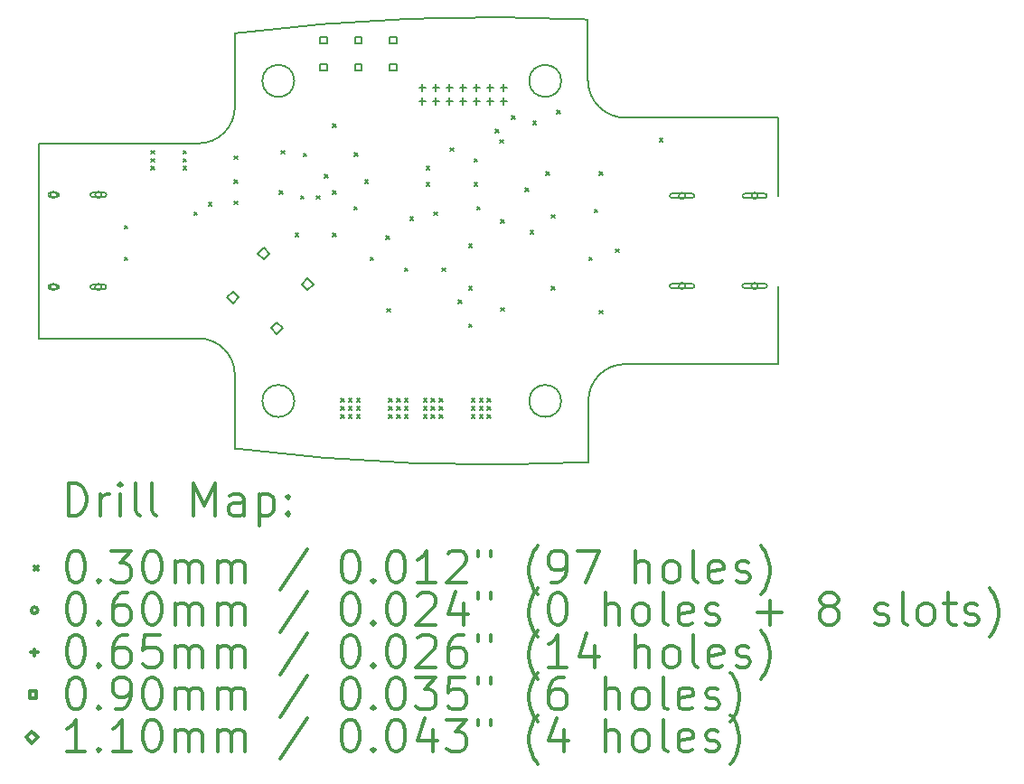
<source format=gbr>
%FSLAX45Y45*%
G04 Gerber Fmt 4.5, Leading zero omitted, Abs format (unit mm)*
G04 Created by KiCad (PCBNEW (5.1.9)-1) date 2021-04-20 09:50:12*
%MOMM*%
%LPD*%
G01*
G04 APERTURE LIST*
%TA.AperFunction,Profile*%
%ADD10C,0.200000*%
%TD*%
%ADD11C,0.200000*%
%ADD12C,0.300000*%
G04 APERTURE END LIST*
D10*
X12307000Y2445500D02*
X12307416Y1713425D01*
X12307415Y4022551D02*
X12307000Y3290500D01*
X7217664Y4124415D02*
G75*
G02*
X6874828Y3781579I-342836J0D01*
G01*
X12307415Y4022551D02*
X10877450Y4022550D01*
X10274787Y1367860D02*
G75*
G03*
X10274787Y1367860I-150000J0D01*
G01*
X7774787Y4367860D02*
G75*
G03*
X7774787Y4367860I-150000J0D01*
G01*
X10877450Y4022550D02*
G75*
G02*
X10525000Y4375000I0J352450D01*
G01*
X10529221Y1367859D02*
G75*
G02*
X10874787Y1713425I345566J0D01*
G01*
X5381056Y3781579D02*
X5381056Y1954397D01*
X10529221Y793217D02*
G75*
G02*
X7217699Y922235I-916938J19027920D01*
G01*
X7217664Y4813924D02*
G75*
G02*
X10525000Y4943250I2395192J-18898824D01*
G01*
X6874828Y3781579D02*
X5381056Y3781579D01*
X10874787Y1713425D02*
X12307416Y1713425D01*
X10529221Y793217D02*
X10529221Y1367859D01*
X7217699Y1611526D02*
X7217699Y922235D01*
X7774787Y1367860D02*
G75*
G03*
X7774787Y1367860I-150000J0D01*
G01*
X10274787Y4367860D02*
G75*
G03*
X10274787Y4367860I-150000J0D01*
G01*
X7217664Y4813924D02*
X7217664Y4124415D01*
X5381056Y1954397D02*
X6874828Y1954397D01*
X6874828Y1954397D02*
G75*
G02*
X7217699Y1611526I0J-342871D01*
G01*
X10525000Y4375000D02*
X10525000Y4943250D01*
D11*
X6185000Y3010000D02*
X6215000Y2980000D01*
X6215000Y3010000D02*
X6185000Y2980000D01*
X6185000Y2715000D02*
X6215000Y2685000D01*
X6215000Y2715000D02*
X6185000Y2685000D01*
X6435000Y3715000D02*
X6465000Y3685000D01*
X6465000Y3715000D02*
X6435000Y3685000D01*
X6435000Y3640000D02*
X6465000Y3610000D01*
X6465000Y3640000D02*
X6435000Y3610000D01*
X6435000Y3565000D02*
X6465000Y3535000D01*
X6465000Y3565000D02*
X6435000Y3535000D01*
X6735000Y3715000D02*
X6765000Y3685000D01*
X6765000Y3715000D02*
X6735000Y3685000D01*
X6735000Y3640000D02*
X6765000Y3610000D01*
X6765000Y3640000D02*
X6735000Y3610000D01*
X6735000Y3565000D02*
X6765000Y3535000D01*
X6765000Y3565000D02*
X6735000Y3535000D01*
X6835000Y3140000D02*
X6865000Y3110000D01*
X6865000Y3140000D02*
X6835000Y3110000D01*
X6970660Y3229340D02*
X7000660Y3199340D01*
X7000660Y3229340D02*
X6970660Y3199340D01*
X7210000Y3665000D02*
X7240000Y3635000D01*
X7240000Y3665000D02*
X7210000Y3635000D01*
X7210000Y3440000D02*
X7240000Y3410000D01*
X7240000Y3440000D02*
X7210000Y3410000D01*
X7210000Y3240000D02*
X7240000Y3210000D01*
X7240000Y3240000D02*
X7210000Y3210000D01*
X7635000Y3340003D02*
X7665000Y3310003D01*
X7665000Y3340003D02*
X7635000Y3310003D01*
X7651250Y3715000D02*
X7681250Y3685000D01*
X7681250Y3715000D02*
X7651250Y3685000D01*
X7785000Y2940000D02*
X7815000Y2910000D01*
X7815000Y2940000D02*
X7785000Y2910000D01*
X7835000Y3290000D02*
X7865000Y3260000D01*
X7865000Y3290000D02*
X7835000Y3260000D01*
X7860000Y3690000D02*
X7890000Y3660000D01*
X7890000Y3690000D02*
X7860000Y3660000D01*
X7985000Y3290000D02*
X8015000Y3260000D01*
X8015000Y3290000D02*
X7985000Y3260000D01*
X8060000Y3490000D02*
X8090000Y3460000D01*
X8090000Y3490000D02*
X8060000Y3460000D01*
X8135000Y3965000D02*
X8165000Y3935000D01*
X8165000Y3965000D02*
X8135000Y3935000D01*
X8135000Y3340000D02*
X8165000Y3310000D01*
X8165000Y3340000D02*
X8135000Y3310000D01*
X8135000Y2940000D02*
X8165000Y2910000D01*
X8165000Y2940000D02*
X8135000Y2910000D01*
X8210000Y1390000D02*
X8240000Y1360000D01*
X8240000Y1390000D02*
X8210000Y1360000D01*
X8210000Y1315000D02*
X8240000Y1285000D01*
X8240000Y1315000D02*
X8210000Y1285000D01*
X8210000Y1240000D02*
X8240000Y1210000D01*
X8240000Y1240000D02*
X8210000Y1210000D01*
X8285000Y1390000D02*
X8315000Y1360000D01*
X8315000Y1390000D02*
X8285000Y1360000D01*
X8285000Y1315000D02*
X8315000Y1285000D01*
X8315000Y1315000D02*
X8285000Y1285000D01*
X8285000Y1240000D02*
X8315000Y1210000D01*
X8315000Y1240000D02*
X8285000Y1210000D01*
X8335000Y3190000D02*
X8365000Y3160000D01*
X8365000Y3190000D02*
X8335000Y3160000D01*
X8340000Y3695000D02*
X8370000Y3665000D01*
X8370000Y3695000D02*
X8340000Y3665000D01*
X8360000Y1390000D02*
X8390000Y1360000D01*
X8390000Y1390000D02*
X8360000Y1360000D01*
X8360000Y1315000D02*
X8390000Y1285000D01*
X8390000Y1315000D02*
X8360000Y1285000D01*
X8360000Y1240000D02*
X8390000Y1210000D01*
X8390000Y1240000D02*
X8360000Y1210000D01*
X8435000Y3440000D02*
X8465000Y3410000D01*
X8465000Y3440000D02*
X8435000Y3410000D01*
X8485000Y2715000D02*
X8515000Y2685000D01*
X8515000Y2715000D02*
X8485000Y2685000D01*
X8635000Y2915000D02*
X8665000Y2885000D01*
X8665000Y2915000D02*
X8635000Y2885000D01*
X8643750Y2231250D02*
X8673750Y2201250D01*
X8673750Y2231250D02*
X8643750Y2201250D01*
X8660000Y1390000D02*
X8690000Y1360000D01*
X8690000Y1390000D02*
X8660000Y1360000D01*
X8660000Y1315000D02*
X8690000Y1285000D01*
X8690000Y1315000D02*
X8660000Y1285000D01*
X8660000Y1240000D02*
X8690000Y1210000D01*
X8690000Y1240000D02*
X8660000Y1210000D01*
X8735000Y1390000D02*
X8765000Y1360000D01*
X8765000Y1390000D02*
X8735000Y1360000D01*
X8735000Y1315000D02*
X8765000Y1285000D01*
X8765000Y1315000D02*
X8735000Y1285000D01*
X8735000Y1240000D02*
X8765000Y1210000D01*
X8765000Y1240000D02*
X8735000Y1210000D01*
X8810000Y1390000D02*
X8840000Y1360000D01*
X8840000Y1390000D02*
X8810000Y1360000D01*
X8810000Y1315000D02*
X8840000Y1285000D01*
X8840000Y1315000D02*
X8810000Y1285000D01*
X8810000Y1240000D02*
X8840000Y1210000D01*
X8840000Y1240000D02*
X8810000Y1210000D01*
X8810001Y2614999D02*
X8840001Y2584999D01*
X8840001Y2614999D02*
X8810001Y2584999D01*
X8860000Y3090000D02*
X8890000Y3060000D01*
X8890000Y3090000D02*
X8860000Y3060000D01*
X8985000Y1390000D02*
X9015000Y1360000D01*
X9015000Y1390000D02*
X8985000Y1360000D01*
X8985000Y1315000D02*
X9015000Y1285000D01*
X9015000Y1315000D02*
X8985000Y1285000D01*
X8985000Y1240000D02*
X9015000Y1210000D01*
X9015000Y1240000D02*
X8985000Y1210000D01*
X9010000Y3565000D02*
X9040000Y3535000D01*
X9040000Y3565000D02*
X9010000Y3535000D01*
X9010000Y3415000D02*
X9040000Y3385000D01*
X9040000Y3415000D02*
X9010000Y3385000D01*
X9060000Y1390000D02*
X9090000Y1360000D01*
X9090000Y1390000D02*
X9060000Y1360000D01*
X9060000Y1315000D02*
X9090000Y1285000D01*
X9090000Y1315000D02*
X9060000Y1285000D01*
X9060000Y1240000D02*
X9090000Y1210000D01*
X9090000Y1240000D02*
X9060000Y1210000D01*
X9085000Y3140000D02*
X9115000Y3110000D01*
X9115000Y3140000D02*
X9085000Y3110000D01*
X9135000Y1390000D02*
X9165000Y1360000D01*
X9165000Y1390000D02*
X9135000Y1360000D01*
X9135000Y1315000D02*
X9165000Y1285000D01*
X9165000Y1315000D02*
X9135000Y1285000D01*
X9135000Y1240000D02*
X9165000Y1210000D01*
X9165000Y1240000D02*
X9135000Y1210000D01*
X9160003Y2614999D02*
X9190003Y2584999D01*
X9190003Y2614999D02*
X9160003Y2584999D01*
X9235001Y3740000D02*
X9265001Y3710000D01*
X9265001Y3740000D02*
X9235001Y3710000D01*
X9310000Y2315000D02*
X9340000Y2285000D01*
X9340000Y2315000D02*
X9310000Y2285000D01*
X9410000Y2840003D02*
X9440000Y2810003D01*
X9440000Y2840003D02*
X9410000Y2810003D01*
X9410000Y2440000D02*
X9440000Y2410000D01*
X9440000Y2440000D02*
X9410000Y2410000D01*
X9410000Y2089999D02*
X9440000Y2059999D01*
X9440000Y2089999D02*
X9410000Y2059999D01*
X9435000Y1390000D02*
X9465000Y1360000D01*
X9465000Y1390000D02*
X9435000Y1360000D01*
X9435000Y1315000D02*
X9465000Y1285000D01*
X9465000Y1315000D02*
X9435000Y1285000D01*
X9435000Y1240000D02*
X9465000Y1210000D01*
X9465000Y1240000D02*
X9435000Y1210000D01*
X9460000Y3414998D02*
X9490000Y3384998D01*
X9490000Y3414998D02*
X9460000Y3384998D01*
X9460000Y3639999D02*
X9490000Y3609999D01*
X9490000Y3639999D02*
X9460000Y3609999D01*
X9485003Y3190000D02*
X9515003Y3160000D01*
X9515003Y3190000D02*
X9485003Y3160000D01*
X9510000Y1390000D02*
X9540000Y1360000D01*
X9540000Y1390000D02*
X9510000Y1360000D01*
X9510000Y1315000D02*
X9540000Y1285000D01*
X9540000Y1315000D02*
X9510000Y1285000D01*
X9510000Y1240000D02*
X9540000Y1210000D01*
X9540000Y1240000D02*
X9510000Y1210000D01*
X9585000Y1390000D02*
X9615000Y1360000D01*
X9615000Y1390000D02*
X9585000Y1360000D01*
X9585000Y1315000D02*
X9615000Y1285000D01*
X9615000Y1315000D02*
X9585000Y1285000D01*
X9585000Y1240000D02*
X9615000Y1210000D01*
X9615000Y1240000D02*
X9585000Y1210000D01*
X9660000Y3915000D02*
X9690000Y3885000D01*
X9690000Y3915000D02*
X9660000Y3885000D01*
X9702500Y3815000D02*
X9732500Y3785000D01*
X9732500Y3815000D02*
X9702500Y3785000D01*
X9710000Y3065000D02*
X9740000Y3035000D01*
X9740000Y3065000D02*
X9710000Y3035000D01*
X9710001Y2239999D02*
X9740001Y2209999D01*
X9740001Y2239999D02*
X9710001Y2209999D01*
X9810001Y4040000D02*
X9840001Y4010000D01*
X9840001Y4040000D02*
X9810001Y4010000D01*
X9938500Y3361500D02*
X9968500Y3331500D01*
X9968500Y3361500D02*
X9938500Y3331500D01*
X9985000Y2965000D02*
X10015000Y2935000D01*
X10015000Y2965000D02*
X9985000Y2935000D01*
X10010000Y3990000D02*
X10040000Y3960000D01*
X10040000Y3990000D02*
X10010000Y3960000D01*
X10135000Y3515000D02*
X10165000Y3485000D01*
X10165000Y3515000D02*
X10135000Y3485000D01*
X10185000Y2440000D02*
X10215000Y2410000D01*
X10215000Y2440000D02*
X10185000Y2410000D01*
X10185002Y3115000D02*
X10215002Y3085000D01*
X10215002Y3115000D02*
X10185002Y3085000D01*
X10235000Y4089999D02*
X10265000Y4059999D01*
X10265000Y4089999D02*
X10235000Y4059999D01*
X10535000Y2715000D02*
X10565000Y2685000D01*
X10565000Y2715000D02*
X10535000Y2685000D01*
X10585000Y3165000D02*
X10615000Y3135000D01*
X10615000Y3165000D02*
X10585000Y3135000D01*
X10635000Y3515000D02*
X10665000Y3485000D01*
X10665000Y3515000D02*
X10635000Y3485000D01*
X10635000Y2215000D02*
X10665000Y2185000D01*
X10665000Y2215000D02*
X10635000Y2185000D01*
X10785000Y2790000D02*
X10815000Y2760000D01*
X10815000Y2790000D02*
X10785000Y2760000D01*
X11197501Y3827499D02*
X11227501Y3797499D01*
X11227501Y3827499D02*
X11197501Y3797499D01*
X5550000Y3300000D02*
G75*
G03*
X5550000Y3300000I-30000J0D01*
G01*
X5550000Y3320000D02*
X5490000Y3320000D01*
X5550000Y3280000D02*
X5490000Y3280000D01*
X5490000Y3320000D02*
G75*
G03*
X5490000Y3280000I0J-20000D01*
G01*
X5550000Y3280000D02*
G75*
G03*
X5550000Y3320000I0J20000D01*
G01*
X5550000Y2436000D02*
G75*
G03*
X5550000Y2436000I-30000J0D01*
G01*
X5550000Y2456000D02*
X5490000Y2456000D01*
X5550000Y2416000D02*
X5490000Y2416000D01*
X5490000Y2456000D02*
G75*
G03*
X5490000Y2416000I0J-20000D01*
G01*
X5550000Y2416000D02*
G75*
G03*
X5550000Y2456000I0J20000D01*
G01*
X5968000Y3300000D02*
G75*
G03*
X5968000Y3300000I-30000J0D01*
G01*
X5993000Y3320000D02*
X5883000Y3320000D01*
X5993000Y3280000D02*
X5883000Y3280000D01*
X5883000Y3320000D02*
G75*
G03*
X5883000Y3280000I0J-20000D01*
G01*
X5993000Y3280000D02*
G75*
G03*
X5993000Y3320000I0J20000D01*
G01*
X5968000Y2436000D02*
G75*
G03*
X5968000Y2436000I-30000J0D01*
G01*
X5993000Y2456000D02*
X5883000Y2456000D01*
X5993000Y2416000D02*
X5883000Y2416000D01*
X5883000Y2456000D02*
G75*
G03*
X5883000Y2416000I0J-20000D01*
G01*
X5993000Y2416000D02*
G75*
G03*
X5993000Y2456000I0J20000D01*
G01*
X11437000Y3290500D02*
G75*
G03*
X11437000Y3290500I-30000J0D01*
G01*
X11502000Y3310500D02*
X11312000Y3310500D01*
X11502000Y3270500D02*
X11312000Y3270500D01*
X11312000Y3310500D02*
G75*
G03*
X11312000Y3270500I0J-20000D01*
G01*
X11502000Y3270500D02*
G75*
G03*
X11502000Y3310500I0J20000D01*
G01*
X11437000Y2445500D02*
G75*
G03*
X11437000Y2445500I-30000J0D01*
G01*
X11502000Y2465500D02*
X11312000Y2465500D01*
X11502000Y2425500D02*
X11312000Y2425500D01*
X11312000Y2465500D02*
G75*
G03*
X11312000Y2425500I0J-20000D01*
G01*
X11502000Y2425500D02*
G75*
G03*
X11502000Y2465500I0J20000D01*
G01*
X12117000Y3290500D02*
G75*
G03*
X12117000Y3290500I-30000J0D01*
G01*
X12182000Y3310500D02*
X11992000Y3310500D01*
X12182000Y3270500D02*
X11992000Y3270500D01*
X11992000Y3310500D02*
G75*
G03*
X11992000Y3270500I0J-20000D01*
G01*
X12182000Y3270500D02*
G75*
G03*
X12182000Y3310500I0J20000D01*
G01*
X12117000Y2445500D02*
G75*
G03*
X12117000Y2445500I-30000J0D01*
G01*
X12182000Y2465500D02*
X11992000Y2465500D01*
X12182000Y2425500D02*
X11992000Y2425500D01*
X11992000Y2465500D02*
G75*
G03*
X11992000Y2425500I0J-20000D01*
G01*
X12182000Y2425500D02*
G75*
G03*
X12182000Y2465500I0J20000D01*
G01*
X8975000Y4334500D02*
X8975000Y4269500D01*
X8942500Y4302000D02*
X9007500Y4302000D01*
X8975000Y4207500D02*
X8975000Y4142500D01*
X8942500Y4175000D02*
X9007500Y4175000D01*
X9102000Y4334500D02*
X9102000Y4269500D01*
X9069500Y4302000D02*
X9134500Y4302000D01*
X9102000Y4207500D02*
X9102000Y4142500D01*
X9069500Y4175000D02*
X9134500Y4175000D01*
X9229000Y4334500D02*
X9229000Y4269500D01*
X9196500Y4302000D02*
X9261500Y4302000D01*
X9229000Y4207500D02*
X9229000Y4142500D01*
X9196500Y4175000D02*
X9261500Y4175000D01*
X9356000Y4334500D02*
X9356000Y4269500D01*
X9323500Y4302000D02*
X9388500Y4302000D01*
X9356000Y4207500D02*
X9356000Y4142500D01*
X9323500Y4175000D02*
X9388500Y4175000D01*
X9483000Y4334500D02*
X9483000Y4269500D01*
X9450500Y4302000D02*
X9515500Y4302000D01*
X9483000Y4207500D02*
X9483000Y4142500D01*
X9450500Y4175000D02*
X9515500Y4175000D01*
X9610000Y4334500D02*
X9610000Y4269500D01*
X9577500Y4302000D02*
X9642500Y4302000D01*
X9610000Y4207500D02*
X9610000Y4142500D01*
X9577500Y4175000D02*
X9642500Y4175000D01*
X9737000Y4334500D02*
X9737000Y4269500D01*
X9704500Y4302000D02*
X9769500Y4302000D01*
X9737000Y4207500D02*
X9737000Y4142500D01*
X9704500Y4175000D02*
X9769500Y4175000D01*
X8081820Y4718180D02*
X8081820Y4781820D01*
X8018180Y4781820D01*
X8018180Y4718180D01*
X8081820Y4718180D01*
X8081820Y4464180D02*
X8081820Y4527820D01*
X8018180Y4527820D01*
X8018180Y4464180D01*
X8081820Y4464180D01*
X8406820Y4718180D02*
X8406820Y4781820D01*
X8343180Y4781820D01*
X8343180Y4718180D01*
X8406820Y4718180D01*
X8406820Y4464180D02*
X8406820Y4527820D01*
X8343180Y4527820D01*
X8343180Y4464180D01*
X8406820Y4464180D01*
X8731820Y4718180D02*
X8731820Y4781820D01*
X8668180Y4781820D01*
X8668180Y4718180D01*
X8731820Y4718180D01*
X8731820Y4464180D02*
X8731820Y4527820D01*
X8668180Y4527820D01*
X8668180Y4464180D01*
X8731820Y4464180D01*
X7201818Y2283606D02*
X7256818Y2338606D01*
X7201818Y2393606D01*
X7146818Y2338606D01*
X7201818Y2283606D01*
X7488606Y2693182D02*
X7543606Y2748182D01*
X7488606Y2803182D01*
X7433606Y2748182D01*
X7488606Y2693182D01*
X7611394Y1996818D02*
X7666394Y2051818D01*
X7611394Y2106818D01*
X7556394Y2051818D01*
X7611394Y1996818D01*
X7898182Y2406394D02*
X7953182Y2461394D01*
X7898182Y2516394D01*
X7843182Y2461394D01*
X7898182Y2406394D01*
D12*
X5657484Y295422D02*
X5657484Y595422D01*
X5728912Y595422D01*
X5771770Y581136D01*
X5800341Y552565D01*
X5814627Y523993D01*
X5828912Y466850D01*
X5828912Y423993D01*
X5814627Y366850D01*
X5800341Y338279D01*
X5771770Y309708D01*
X5728912Y295422D01*
X5657484Y295422D01*
X5957484Y295422D02*
X5957484Y495422D01*
X5957484Y438279D02*
X5971770Y466850D01*
X5986055Y481136D01*
X6014627Y495422D01*
X6043198Y495422D01*
X6143198Y295422D02*
X6143198Y495422D01*
X6143198Y595422D02*
X6128912Y581136D01*
X6143198Y566850D01*
X6157484Y581136D01*
X6143198Y595422D01*
X6143198Y566850D01*
X6328912Y295422D02*
X6300341Y309708D01*
X6286055Y338279D01*
X6286055Y595422D01*
X6486055Y295422D02*
X6457484Y309708D01*
X6443198Y338279D01*
X6443198Y595422D01*
X6828912Y295422D02*
X6828912Y595422D01*
X6928912Y381136D01*
X7028912Y595422D01*
X7028912Y295422D01*
X7300341Y295422D02*
X7300341Y452565D01*
X7286055Y481136D01*
X7257484Y495422D01*
X7200341Y495422D01*
X7171770Y481136D01*
X7300341Y309708D02*
X7271770Y295422D01*
X7200341Y295422D01*
X7171770Y309708D01*
X7157484Y338279D01*
X7157484Y366850D01*
X7171770Y395422D01*
X7200341Y409707D01*
X7271770Y409707D01*
X7300341Y423993D01*
X7443198Y495422D02*
X7443198Y195422D01*
X7443198Y481136D02*
X7471770Y495422D01*
X7528912Y495422D01*
X7557484Y481136D01*
X7571770Y466850D01*
X7586055Y438279D01*
X7586055Y352565D01*
X7571770Y323993D01*
X7557484Y309708D01*
X7528912Y295422D01*
X7471770Y295422D01*
X7443198Y309708D01*
X7714627Y323993D02*
X7728912Y309708D01*
X7714627Y295422D01*
X7700341Y309708D01*
X7714627Y323993D01*
X7714627Y295422D01*
X7714627Y481136D02*
X7728912Y466850D01*
X7714627Y452565D01*
X7700341Y466850D01*
X7714627Y481136D01*
X7714627Y452565D01*
X5341055Y-183864D02*
X5371055Y-213864D01*
X5371055Y-183864D02*
X5341055Y-213864D01*
X5714627Y-34578D02*
X5743198Y-34578D01*
X5771770Y-48864D01*
X5786055Y-63150D01*
X5800341Y-91721D01*
X5814627Y-148864D01*
X5814627Y-220292D01*
X5800341Y-277435D01*
X5786055Y-306007D01*
X5771770Y-320292D01*
X5743198Y-334578D01*
X5714627Y-334578D01*
X5686055Y-320292D01*
X5671770Y-306007D01*
X5657484Y-277435D01*
X5643198Y-220292D01*
X5643198Y-148864D01*
X5657484Y-91721D01*
X5671770Y-63150D01*
X5686055Y-48864D01*
X5714627Y-34578D01*
X5943198Y-306007D02*
X5957484Y-320292D01*
X5943198Y-334578D01*
X5928912Y-320292D01*
X5943198Y-306007D01*
X5943198Y-334578D01*
X6057484Y-34578D02*
X6243198Y-34578D01*
X6143198Y-148864D01*
X6186055Y-148864D01*
X6214627Y-163150D01*
X6228912Y-177435D01*
X6243198Y-206007D01*
X6243198Y-277435D01*
X6228912Y-306007D01*
X6214627Y-320292D01*
X6186055Y-334578D01*
X6100341Y-334578D01*
X6071770Y-320292D01*
X6057484Y-306007D01*
X6428912Y-34578D02*
X6457484Y-34578D01*
X6486055Y-48864D01*
X6500341Y-63150D01*
X6514627Y-91721D01*
X6528912Y-148864D01*
X6528912Y-220292D01*
X6514627Y-277435D01*
X6500341Y-306007D01*
X6486055Y-320292D01*
X6457484Y-334578D01*
X6428912Y-334578D01*
X6400341Y-320292D01*
X6386055Y-306007D01*
X6371770Y-277435D01*
X6357484Y-220292D01*
X6357484Y-148864D01*
X6371770Y-91721D01*
X6386055Y-63150D01*
X6400341Y-48864D01*
X6428912Y-34578D01*
X6657484Y-334578D02*
X6657484Y-134578D01*
X6657484Y-163150D02*
X6671770Y-148864D01*
X6700341Y-134578D01*
X6743198Y-134578D01*
X6771770Y-148864D01*
X6786055Y-177435D01*
X6786055Y-334578D01*
X6786055Y-177435D02*
X6800341Y-148864D01*
X6828912Y-134578D01*
X6871770Y-134578D01*
X6900341Y-148864D01*
X6914627Y-177435D01*
X6914627Y-334578D01*
X7057484Y-334578D02*
X7057484Y-134578D01*
X7057484Y-163150D02*
X7071770Y-148864D01*
X7100341Y-134578D01*
X7143198Y-134578D01*
X7171770Y-148864D01*
X7186055Y-177435D01*
X7186055Y-334578D01*
X7186055Y-177435D02*
X7200341Y-148864D01*
X7228912Y-134578D01*
X7271770Y-134578D01*
X7300341Y-148864D01*
X7314627Y-177435D01*
X7314627Y-334578D01*
X7900341Y-20292D02*
X7643198Y-406007D01*
X8286055Y-34578D02*
X8314627Y-34578D01*
X8343198Y-48864D01*
X8357484Y-63150D01*
X8371770Y-91721D01*
X8386055Y-148864D01*
X8386055Y-220292D01*
X8371770Y-277435D01*
X8357484Y-306007D01*
X8343198Y-320292D01*
X8314627Y-334578D01*
X8286055Y-334578D01*
X8257484Y-320292D01*
X8243198Y-306007D01*
X8228912Y-277435D01*
X8214627Y-220292D01*
X8214627Y-148864D01*
X8228912Y-91721D01*
X8243198Y-63150D01*
X8257484Y-48864D01*
X8286055Y-34578D01*
X8514627Y-306007D02*
X8528913Y-320292D01*
X8514627Y-334578D01*
X8500341Y-320292D01*
X8514627Y-306007D01*
X8514627Y-334578D01*
X8714627Y-34578D02*
X8743198Y-34578D01*
X8771770Y-48864D01*
X8786055Y-63150D01*
X8800341Y-91721D01*
X8814627Y-148864D01*
X8814627Y-220292D01*
X8800341Y-277435D01*
X8786055Y-306007D01*
X8771770Y-320292D01*
X8743198Y-334578D01*
X8714627Y-334578D01*
X8686055Y-320292D01*
X8671770Y-306007D01*
X8657484Y-277435D01*
X8643198Y-220292D01*
X8643198Y-148864D01*
X8657484Y-91721D01*
X8671770Y-63150D01*
X8686055Y-48864D01*
X8714627Y-34578D01*
X9100341Y-334578D02*
X8928913Y-334578D01*
X9014627Y-334578D02*
X9014627Y-34578D01*
X8986055Y-77435D01*
X8957484Y-106007D01*
X8928913Y-120292D01*
X9214627Y-63150D02*
X9228913Y-48864D01*
X9257484Y-34578D01*
X9328913Y-34578D01*
X9357484Y-48864D01*
X9371770Y-63150D01*
X9386055Y-91721D01*
X9386055Y-120292D01*
X9371770Y-163150D01*
X9200341Y-334578D01*
X9386055Y-334578D01*
X9500341Y-34578D02*
X9500341Y-91721D01*
X9614627Y-34578D02*
X9614627Y-91721D01*
X10057484Y-448864D02*
X10043198Y-434578D01*
X10014627Y-391721D01*
X10000341Y-363150D01*
X9986055Y-320292D01*
X9971770Y-248864D01*
X9971770Y-191721D01*
X9986055Y-120292D01*
X10000341Y-77435D01*
X10014627Y-48864D01*
X10043198Y-6007D01*
X10057484Y8279D01*
X10186055Y-334578D02*
X10243198Y-334578D01*
X10271770Y-320292D01*
X10286055Y-306007D01*
X10314627Y-263150D01*
X10328913Y-206007D01*
X10328913Y-91721D01*
X10314627Y-63150D01*
X10300341Y-48864D01*
X10271770Y-34578D01*
X10214627Y-34578D01*
X10186055Y-48864D01*
X10171770Y-63150D01*
X10157484Y-91721D01*
X10157484Y-163150D01*
X10171770Y-191721D01*
X10186055Y-206007D01*
X10214627Y-220292D01*
X10271770Y-220292D01*
X10300341Y-206007D01*
X10314627Y-191721D01*
X10328913Y-163150D01*
X10428913Y-34578D02*
X10628913Y-34578D01*
X10500341Y-334578D01*
X10971770Y-334578D02*
X10971770Y-34578D01*
X11100341Y-334578D02*
X11100341Y-177435D01*
X11086055Y-148864D01*
X11057484Y-134578D01*
X11014627Y-134578D01*
X10986055Y-148864D01*
X10971770Y-163150D01*
X11286055Y-334578D02*
X11257484Y-320292D01*
X11243198Y-306007D01*
X11228912Y-277435D01*
X11228912Y-191721D01*
X11243198Y-163150D01*
X11257484Y-148864D01*
X11286055Y-134578D01*
X11328912Y-134578D01*
X11357484Y-148864D01*
X11371770Y-163150D01*
X11386055Y-191721D01*
X11386055Y-277435D01*
X11371770Y-306007D01*
X11357484Y-320292D01*
X11328912Y-334578D01*
X11286055Y-334578D01*
X11557484Y-334578D02*
X11528912Y-320292D01*
X11514627Y-291721D01*
X11514627Y-34578D01*
X11786055Y-320292D02*
X11757484Y-334578D01*
X11700341Y-334578D01*
X11671770Y-320292D01*
X11657484Y-291721D01*
X11657484Y-177435D01*
X11671770Y-148864D01*
X11700341Y-134578D01*
X11757484Y-134578D01*
X11786055Y-148864D01*
X11800341Y-177435D01*
X11800341Y-206007D01*
X11657484Y-234578D01*
X11914627Y-320292D02*
X11943198Y-334578D01*
X12000341Y-334578D01*
X12028912Y-320292D01*
X12043198Y-291721D01*
X12043198Y-277435D01*
X12028912Y-248864D01*
X12000341Y-234578D01*
X11957484Y-234578D01*
X11928912Y-220292D01*
X11914627Y-191721D01*
X11914627Y-177435D01*
X11928912Y-148864D01*
X11957484Y-134578D01*
X12000341Y-134578D01*
X12028912Y-148864D01*
X12143198Y-448864D02*
X12157484Y-434578D01*
X12186055Y-391721D01*
X12200341Y-363150D01*
X12214627Y-320292D01*
X12228912Y-248864D01*
X12228912Y-191721D01*
X12214627Y-120292D01*
X12200341Y-77435D01*
X12186055Y-48864D01*
X12157484Y-6007D01*
X12143198Y8279D01*
X5371055Y-594864D02*
G75*
G03*
X5371055Y-594864I-30000J0D01*
G01*
X5714627Y-430578D02*
X5743198Y-430578D01*
X5771770Y-444864D01*
X5786055Y-459150D01*
X5800341Y-487721D01*
X5814627Y-544864D01*
X5814627Y-616292D01*
X5800341Y-673435D01*
X5786055Y-702007D01*
X5771770Y-716292D01*
X5743198Y-730578D01*
X5714627Y-730578D01*
X5686055Y-716292D01*
X5671770Y-702007D01*
X5657484Y-673435D01*
X5643198Y-616292D01*
X5643198Y-544864D01*
X5657484Y-487721D01*
X5671770Y-459150D01*
X5686055Y-444864D01*
X5714627Y-430578D01*
X5943198Y-702007D02*
X5957484Y-716292D01*
X5943198Y-730578D01*
X5928912Y-716292D01*
X5943198Y-702007D01*
X5943198Y-730578D01*
X6214627Y-430578D02*
X6157484Y-430578D01*
X6128912Y-444864D01*
X6114627Y-459150D01*
X6086055Y-502007D01*
X6071770Y-559150D01*
X6071770Y-673435D01*
X6086055Y-702007D01*
X6100341Y-716292D01*
X6128912Y-730578D01*
X6186055Y-730578D01*
X6214627Y-716292D01*
X6228912Y-702007D01*
X6243198Y-673435D01*
X6243198Y-602007D01*
X6228912Y-573435D01*
X6214627Y-559150D01*
X6186055Y-544864D01*
X6128912Y-544864D01*
X6100341Y-559150D01*
X6086055Y-573435D01*
X6071770Y-602007D01*
X6428912Y-430578D02*
X6457484Y-430578D01*
X6486055Y-444864D01*
X6500341Y-459150D01*
X6514627Y-487721D01*
X6528912Y-544864D01*
X6528912Y-616292D01*
X6514627Y-673435D01*
X6500341Y-702007D01*
X6486055Y-716292D01*
X6457484Y-730578D01*
X6428912Y-730578D01*
X6400341Y-716292D01*
X6386055Y-702007D01*
X6371770Y-673435D01*
X6357484Y-616292D01*
X6357484Y-544864D01*
X6371770Y-487721D01*
X6386055Y-459150D01*
X6400341Y-444864D01*
X6428912Y-430578D01*
X6657484Y-730578D02*
X6657484Y-530578D01*
X6657484Y-559150D02*
X6671770Y-544864D01*
X6700341Y-530578D01*
X6743198Y-530578D01*
X6771770Y-544864D01*
X6786055Y-573435D01*
X6786055Y-730578D01*
X6786055Y-573435D02*
X6800341Y-544864D01*
X6828912Y-530578D01*
X6871770Y-530578D01*
X6900341Y-544864D01*
X6914627Y-573435D01*
X6914627Y-730578D01*
X7057484Y-730578D02*
X7057484Y-530578D01*
X7057484Y-559150D02*
X7071770Y-544864D01*
X7100341Y-530578D01*
X7143198Y-530578D01*
X7171770Y-544864D01*
X7186055Y-573435D01*
X7186055Y-730578D01*
X7186055Y-573435D02*
X7200341Y-544864D01*
X7228912Y-530578D01*
X7271770Y-530578D01*
X7300341Y-544864D01*
X7314627Y-573435D01*
X7314627Y-730578D01*
X7900341Y-416292D02*
X7643198Y-802007D01*
X8286055Y-430578D02*
X8314627Y-430578D01*
X8343198Y-444864D01*
X8357484Y-459150D01*
X8371770Y-487721D01*
X8386055Y-544864D01*
X8386055Y-616292D01*
X8371770Y-673435D01*
X8357484Y-702007D01*
X8343198Y-716292D01*
X8314627Y-730578D01*
X8286055Y-730578D01*
X8257484Y-716292D01*
X8243198Y-702007D01*
X8228912Y-673435D01*
X8214627Y-616292D01*
X8214627Y-544864D01*
X8228912Y-487721D01*
X8243198Y-459150D01*
X8257484Y-444864D01*
X8286055Y-430578D01*
X8514627Y-702007D02*
X8528913Y-716292D01*
X8514627Y-730578D01*
X8500341Y-716292D01*
X8514627Y-702007D01*
X8514627Y-730578D01*
X8714627Y-430578D02*
X8743198Y-430578D01*
X8771770Y-444864D01*
X8786055Y-459150D01*
X8800341Y-487721D01*
X8814627Y-544864D01*
X8814627Y-616292D01*
X8800341Y-673435D01*
X8786055Y-702007D01*
X8771770Y-716292D01*
X8743198Y-730578D01*
X8714627Y-730578D01*
X8686055Y-716292D01*
X8671770Y-702007D01*
X8657484Y-673435D01*
X8643198Y-616292D01*
X8643198Y-544864D01*
X8657484Y-487721D01*
X8671770Y-459150D01*
X8686055Y-444864D01*
X8714627Y-430578D01*
X8928913Y-459150D02*
X8943198Y-444864D01*
X8971770Y-430578D01*
X9043198Y-430578D01*
X9071770Y-444864D01*
X9086055Y-459150D01*
X9100341Y-487721D01*
X9100341Y-516292D01*
X9086055Y-559150D01*
X8914627Y-730578D01*
X9100341Y-730578D01*
X9357484Y-530578D02*
X9357484Y-730578D01*
X9286055Y-416292D02*
X9214627Y-630578D01*
X9400341Y-630578D01*
X9500341Y-430578D02*
X9500341Y-487721D01*
X9614627Y-430578D02*
X9614627Y-487721D01*
X10057484Y-844864D02*
X10043198Y-830578D01*
X10014627Y-787721D01*
X10000341Y-759150D01*
X9986055Y-716292D01*
X9971770Y-644864D01*
X9971770Y-587721D01*
X9986055Y-516292D01*
X10000341Y-473435D01*
X10014627Y-444864D01*
X10043198Y-402007D01*
X10057484Y-387721D01*
X10228913Y-430578D02*
X10257484Y-430578D01*
X10286055Y-444864D01*
X10300341Y-459150D01*
X10314627Y-487721D01*
X10328913Y-544864D01*
X10328913Y-616292D01*
X10314627Y-673435D01*
X10300341Y-702007D01*
X10286055Y-716292D01*
X10257484Y-730578D01*
X10228913Y-730578D01*
X10200341Y-716292D01*
X10186055Y-702007D01*
X10171770Y-673435D01*
X10157484Y-616292D01*
X10157484Y-544864D01*
X10171770Y-487721D01*
X10186055Y-459150D01*
X10200341Y-444864D01*
X10228913Y-430578D01*
X10686055Y-730578D02*
X10686055Y-430578D01*
X10814627Y-730578D02*
X10814627Y-573435D01*
X10800341Y-544864D01*
X10771770Y-530578D01*
X10728913Y-530578D01*
X10700341Y-544864D01*
X10686055Y-559150D01*
X11000341Y-730578D02*
X10971770Y-716292D01*
X10957484Y-702007D01*
X10943198Y-673435D01*
X10943198Y-587721D01*
X10957484Y-559150D01*
X10971770Y-544864D01*
X11000341Y-530578D01*
X11043198Y-530578D01*
X11071770Y-544864D01*
X11086055Y-559150D01*
X11100341Y-587721D01*
X11100341Y-673435D01*
X11086055Y-702007D01*
X11071770Y-716292D01*
X11043198Y-730578D01*
X11000341Y-730578D01*
X11271770Y-730578D02*
X11243198Y-716292D01*
X11228912Y-687721D01*
X11228912Y-430578D01*
X11500341Y-716292D02*
X11471770Y-730578D01*
X11414627Y-730578D01*
X11386055Y-716292D01*
X11371770Y-687721D01*
X11371770Y-573435D01*
X11386055Y-544864D01*
X11414627Y-530578D01*
X11471770Y-530578D01*
X11500341Y-544864D01*
X11514627Y-573435D01*
X11514627Y-602007D01*
X11371770Y-630578D01*
X11628912Y-716292D02*
X11657484Y-730578D01*
X11714627Y-730578D01*
X11743198Y-716292D01*
X11757484Y-687721D01*
X11757484Y-673435D01*
X11743198Y-644864D01*
X11714627Y-630578D01*
X11671770Y-630578D01*
X11643198Y-616292D01*
X11628912Y-587721D01*
X11628912Y-573435D01*
X11643198Y-544864D01*
X11671770Y-530578D01*
X11714627Y-530578D01*
X11743198Y-544864D01*
X12114627Y-616292D02*
X12343198Y-616292D01*
X12228912Y-730578D02*
X12228912Y-502007D01*
X12757484Y-559150D02*
X12728912Y-544864D01*
X12714627Y-530578D01*
X12700341Y-502007D01*
X12700341Y-487721D01*
X12714627Y-459150D01*
X12728912Y-444864D01*
X12757484Y-430578D01*
X12814627Y-430578D01*
X12843198Y-444864D01*
X12857484Y-459150D01*
X12871770Y-487721D01*
X12871770Y-502007D01*
X12857484Y-530578D01*
X12843198Y-544864D01*
X12814627Y-559150D01*
X12757484Y-559150D01*
X12728912Y-573435D01*
X12714627Y-587721D01*
X12700341Y-616292D01*
X12700341Y-673435D01*
X12714627Y-702007D01*
X12728912Y-716292D01*
X12757484Y-730578D01*
X12814627Y-730578D01*
X12843198Y-716292D01*
X12857484Y-702007D01*
X12871770Y-673435D01*
X12871770Y-616292D01*
X12857484Y-587721D01*
X12843198Y-573435D01*
X12814627Y-559150D01*
X13214627Y-716292D02*
X13243198Y-730578D01*
X13300341Y-730578D01*
X13328912Y-716292D01*
X13343198Y-687721D01*
X13343198Y-673435D01*
X13328912Y-644864D01*
X13300341Y-630578D01*
X13257484Y-630578D01*
X13228912Y-616292D01*
X13214627Y-587721D01*
X13214627Y-573435D01*
X13228912Y-544864D01*
X13257484Y-530578D01*
X13300341Y-530578D01*
X13328912Y-544864D01*
X13514627Y-730578D02*
X13486055Y-716292D01*
X13471770Y-687721D01*
X13471770Y-430578D01*
X13671770Y-730578D02*
X13643198Y-716292D01*
X13628912Y-702007D01*
X13614627Y-673435D01*
X13614627Y-587721D01*
X13628912Y-559150D01*
X13643198Y-544864D01*
X13671770Y-530578D01*
X13714627Y-530578D01*
X13743198Y-544864D01*
X13757484Y-559150D01*
X13771770Y-587721D01*
X13771770Y-673435D01*
X13757484Y-702007D01*
X13743198Y-716292D01*
X13714627Y-730578D01*
X13671770Y-730578D01*
X13857484Y-530578D02*
X13971770Y-530578D01*
X13900341Y-430578D02*
X13900341Y-687721D01*
X13914627Y-716292D01*
X13943198Y-730578D01*
X13971770Y-730578D01*
X14057484Y-716292D02*
X14086055Y-730578D01*
X14143198Y-730578D01*
X14171770Y-716292D01*
X14186055Y-687721D01*
X14186055Y-673435D01*
X14171770Y-644864D01*
X14143198Y-630578D01*
X14100341Y-630578D01*
X14071770Y-616292D01*
X14057484Y-587721D01*
X14057484Y-573435D01*
X14071770Y-544864D01*
X14100341Y-530578D01*
X14143198Y-530578D01*
X14171770Y-544864D01*
X14286055Y-844864D02*
X14300341Y-830578D01*
X14328912Y-787721D01*
X14343198Y-759150D01*
X14357484Y-716292D01*
X14371770Y-644864D01*
X14371770Y-587721D01*
X14357484Y-516292D01*
X14343198Y-473435D01*
X14328912Y-444864D01*
X14300341Y-402007D01*
X14286055Y-387721D01*
X5338555Y-958364D02*
X5338555Y-1023364D01*
X5306055Y-990864D02*
X5371055Y-990864D01*
X5714627Y-826578D02*
X5743198Y-826578D01*
X5771770Y-840864D01*
X5786055Y-855150D01*
X5800341Y-883721D01*
X5814627Y-940864D01*
X5814627Y-1012292D01*
X5800341Y-1069435D01*
X5786055Y-1098007D01*
X5771770Y-1112292D01*
X5743198Y-1126578D01*
X5714627Y-1126578D01*
X5686055Y-1112292D01*
X5671770Y-1098007D01*
X5657484Y-1069435D01*
X5643198Y-1012292D01*
X5643198Y-940864D01*
X5657484Y-883721D01*
X5671770Y-855150D01*
X5686055Y-840864D01*
X5714627Y-826578D01*
X5943198Y-1098007D02*
X5957484Y-1112292D01*
X5943198Y-1126578D01*
X5928912Y-1112292D01*
X5943198Y-1098007D01*
X5943198Y-1126578D01*
X6214627Y-826578D02*
X6157484Y-826578D01*
X6128912Y-840864D01*
X6114627Y-855150D01*
X6086055Y-898007D01*
X6071770Y-955150D01*
X6071770Y-1069435D01*
X6086055Y-1098007D01*
X6100341Y-1112292D01*
X6128912Y-1126578D01*
X6186055Y-1126578D01*
X6214627Y-1112292D01*
X6228912Y-1098007D01*
X6243198Y-1069435D01*
X6243198Y-998007D01*
X6228912Y-969435D01*
X6214627Y-955150D01*
X6186055Y-940864D01*
X6128912Y-940864D01*
X6100341Y-955150D01*
X6086055Y-969435D01*
X6071770Y-998007D01*
X6514627Y-826578D02*
X6371770Y-826578D01*
X6357484Y-969435D01*
X6371770Y-955150D01*
X6400341Y-940864D01*
X6471770Y-940864D01*
X6500341Y-955150D01*
X6514627Y-969435D01*
X6528912Y-998007D01*
X6528912Y-1069435D01*
X6514627Y-1098007D01*
X6500341Y-1112292D01*
X6471770Y-1126578D01*
X6400341Y-1126578D01*
X6371770Y-1112292D01*
X6357484Y-1098007D01*
X6657484Y-1126578D02*
X6657484Y-926578D01*
X6657484Y-955150D02*
X6671770Y-940864D01*
X6700341Y-926578D01*
X6743198Y-926578D01*
X6771770Y-940864D01*
X6786055Y-969435D01*
X6786055Y-1126578D01*
X6786055Y-969435D02*
X6800341Y-940864D01*
X6828912Y-926578D01*
X6871770Y-926578D01*
X6900341Y-940864D01*
X6914627Y-969435D01*
X6914627Y-1126578D01*
X7057484Y-1126578D02*
X7057484Y-926578D01*
X7057484Y-955150D02*
X7071770Y-940864D01*
X7100341Y-926578D01*
X7143198Y-926578D01*
X7171770Y-940864D01*
X7186055Y-969435D01*
X7186055Y-1126578D01*
X7186055Y-969435D02*
X7200341Y-940864D01*
X7228912Y-926578D01*
X7271770Y-926578D01*
X7300341Y-940864D01*
X7314627Y-969435D01*
X7314627Y-1126578D01*
X7900341Y-812292D02*
X7643198Y-1198007D01*
X8286055Y-826578D02*
X8314627Y-826578D01*
X8343198Y-840864D01*
X8357484Y-855150D01*
X8371770Y-883721D01*
X8386055Y-940864D01*
X8386055Y-1012292D01*
X8371770Y-1069435D01*
X8357484Y-1098007D01*
X8343198Y-1112292D01*
X8314627Y-1126578D01*
X8286055Y-1126578D01*
X8257484Y-1112292D01*
X8243198Y-1098007D01*
X8228912Y-1069435D01*
X8214627Y-1012292D01*
X8214627Y-940864D01*
X8228912Y-883721D01*
X8243198Y-855150D01*
X8257484Y-840864D01*
X8286055Y-826578D01*
X8514627Y-1098007D02*
X8528913Y-1112292D01*
X8514627Y-1126578D01*
X8500341Y-1112292D01*
X8514627Y-1098007D01*
X8514627Y-1126578D01*
X8714627Y-826578D02*
X8743198Y-826578D01*
X8771770Y-840864D01*
X8786055Y-855150D01*
X8800341Y-883721D01*
X8814627Y-940864D01*
X8814627Y-1012292D01*
X8800341Y-1069435D01*
X8786055Y-1098007D01*
X8771770Y-1112292D01*
X8743198Y-1126578D01*
X8714627Y-1126578D01*
X8686055Y-1112292D01*
X8671770Y-1098007D01*
X8657484Y-1069435D01*
X8643198Y-1012292D01*
X8643198Y-940864D01*
X8657484Y-883721D01*
X8671770Y-855150D01*
X8686055Y-840864D01*
X8714627Y-826578D01*
X8928913Y-855150D02*
X8943198Y-840864D01*
X8971770Y-826578D01*
X9043198Y-826578D01*
X9071770Y-840864D01*
X9086055Y-855150D01*
X9100341Y-883721D01*
X9100341Y-912292D01*
X9086055Y-955150D01*
X8914627Y-1126578D01*
X9100341Y-1126578D01*
X9357484Y-826578D02*
X9300341Y-826578D01*
X9271770Y-840864D01*
X9257484Y-855150D01*
X9228913Y-898007D01*
X9214627Y-955150D01*
X9214627Y-1069435D01*
X9228913Y-1098007D01*
X9243198Y-1112292D01*
X9271770Y-1126578D01*
X9328913Y-1126578D01*
X9357484Y-1112292D01*
X9371770Y-1098007D01*
X9386055Y-1069435D01*
X9386055Y-998007D01*
X9371770Y-969435D01*
X9357484Y-955150D01*
X9328913Y-940864D01*
X9271770Y-940864D01*
X9243198Y-955150D01*
X9228913Y-969435D01*
X9214627Y-998007D01*
X9500341Y-826578D02*
X9500341Y-883721D01*
X9614627Y-826578D02*
X9614627Y-883721D01*
X10057484Y-1240864D02*
X10043198Y-1226578D01*
X10014627Y-1183721D01*
X10000341Y-1155150D01*
X9986055Y-1112292D01*
X9971770Y-1040864D01*
X9971770Y-983721D01*
X9986055Y-912292D01*
X10000341Y-869435D01*
X10014627Y-840864D01*
X10043198Y-798007D01*
X10057484Y-783721D01*
X10328913Y-1126578D02*
X10157484Y-1126578D01*
X10243198Y-1126578D02*
X10243198Y-826578D01*
X10214627Y-869435D01*
X10186055Y-898007D01*
X10157484Y-912292D01*
X10586055Y-926578D02*
X10586055Y-1126578D01*
X10514627Y-812292D02*
X10443198Y-1026578D01*
X10628913Y-1026578D01*
X10971770Y-1126578D02*
X10971770Y-826578D01*
X11100341Y-1126578D02*
X11100341Y-969435D01*
X11086055Y-940864D01*
X11057484Y-926578D01*
X11014627Y-926578D01*
X10986055Y-940864D01*
X10971770Y-955150D01*
X11286055Y-1126578D02*
X11257484Y-1112292D01*
X11243198Y-1098007D01*
X11228912Y-1069435D01*
X11228912Y-983721D01*
X11243198Y-955150D01*
X11257484Y-940864D01*
X11286055Y-926578D01*
X11328912Y-926578D01*
X11357484Y-940864D01*
X11371770Y-955150D01*
X11386055Y-983721D01*
X11386055Y-1069435D01*
X11371770Y-1098007D01*
X11357484Y-1112292D01*
X11328912Y-1126578D01*
X11286055Y-1126578D01*
X11557484Y-1126578D02*
X11528912Y-1112292D01*
X11514627Y-1083721D01*
X11514627Y-826578D01*
X11786055Y-1112292D02*
X11757484Y-1126578D01*
X11700341Y-1126578D01*
X11671770Y-1112292D01*
X11657484Y-1083721D01*
X11657484Y-969435D01*
X11671770Y-940864D01*
X11700341Y-926578D01*
X11757484Y-926578D01*
X11786055Y-940864D01*
X11800341Y-969435D01*
X11800341Y-998007D01*
X11657484Y-1026578D01*
X11914627Y-1112292D02*
X11943198Y-1126578D01*
X12000341Y-1126578D01*
X12028912Y-1112292D01*
X12043198Y-1083721D01*
X12043198Y-1069435D01*
X12028912Y-1040864D01*
X12000341Y-1026578D01*
X11957484Y-1026578D01*
X11928912Y-1012292D01*
X11914627Y-983721D01*
X11914627Y-969435D01*
X11928912Y-940864D01*
X11957484Y-926578D01*
X12000341Y-926578D01*
X12028912Y-940864D01*
X12143198Y-1240864D02*
X12157484Y-1226578D01*
X12186055Y-1183721D01*
X12200341Y-1155150D01*
X12214627Y-1112292D01*
X12228912Y-1040864D01*
X12228912Y-983721D01*
X12214627Y-912292D01*
X12200341Y-869435D01*
X12186055Y-840864D01*
X12157484Y-798007D01*
X12143198Y-783721D01*
X5357876Y-1418684D02*
X5357876Y-1355044D01*
X5294235Y-1355044D01*
X5294235Y-1418684D01*
X5357876Y-1418684D01*
X5714627Y-1222578D02*
X5743198Y-1222578D01*
X5771770Y-1236864D01*
X5786055Y-1251150D01*
X5800341Y-1279721D01*
X5814627Y-1336864D01*
X5814627Y-1408292D01*
X5800341Y-1465435D01*
X5786055Y-1494007D01*
X5771770Y-1508292D01*
X5743198Y-1522578D01*
X5714627Y-1522578D01*
X5686055Y-1508292D01*
X5671770Y-1494007D01*
X5657484Y-1465435D01*
X5643198Y-1408292D01*
X5643198Y-1336864D01*
X5657484Y-1279721D01*
X5671770Y-1251150D01*
X5686055Y-1236864D01*
X5714627Y-1222578D01*
X5943198Y-1494007D02*
X5957484Y-1508292D01*
X5943198Y-1522578D01*
X5928912Y-1508292D01*
X5943198Y-1494007D01*
X5943198Y-1522578D01*
X6100341Y-1522578D02*
X6157484Y-1522578D01*
X6186055Y-1508292D01*
X6200341Y-1494007D01*
X6228912Y-1451150D01*
X6243198Y-1394007D01*
X6243198Y-1279721D01*
X6228912Y-1251150D01*
X6214627Y-1236864D01*
X6186055Y-1222578D01*
X6128912Y-1222578D01*
X6100341Y-1236864D01*
X6086055Y-1251150D01*
X6071770Y-1279721D01*
X6071770Y-1351150D01*
X6086055Y-1379721D01*
X6100341Y-1394007D01*
X6128912Y-1408292D01*
X6186055Y-1408292D01*
X6214627Y-1394007D01*
X6228912Y-1379721D01*
X6243198Y-1351150D01*
X6428912Y-1222578D02*
X6457484Y-1222578D01*
X6486055Y-1236864D01*
X6500341Y-1251150D01*
X6514627Y-1279721D01*
X6528912Y-1336864D01*
X6528912Y-1408292D01*
X6514627Y-1465435D01*
X6500341Y-1494007D01*
X6486055Y-1508292D01*
X6457484Y-1522578D01*
X6428912Y-1522578D01*
X6400341Y-1508292D01*
X6386055Y-1494007D01*
X6371770Y-1465435D01*
X6357484Y-1408292D01*
X6357484Y-1336864D01*
X6371770Y-1279721D01*
X6386055Y-1251150D01*
X6400341Y-1236864D01*
X6428912Y-1222578D01*
X6657484Y-1522578D02*
X6657484Y-1322578D01*
X6657484Y-1351150D02*
X6671770Y-1336864D01*
X6700341Y-1322578D01*
X6743198Y-1322578D01*
X6771770Y-1336864D01*
X6786055Y-1365435D01*
X6786055Y-1522578D01*
X6786055Y-1365435D02*
X6800341Y-1336864D01*
X6828912Y-1322578D01*
X6871770Y-1322578D01*
X6900341Y-1336864D01*
X6914627Y-1365435D01*
X6914627Y-1522578D01*
X7057484Y-1522578D02*
X7057484Y-1322578D01*
X7057484Y-1351150D02*
X7071770Y-1336864D01*
X7100341Y-1322578D01*
X7143198Y-1322578D01*
X7171770Y-1336864D01*
X7186055Y-1365435D01*
X7186055Y-1522578D01*
X7186055Y-1365435D02*
X7200341Y-1336864D01*
X7228912Y-1322578D01*
X7271770Y-1322578D01*
X7300341Y-1336864D01*
X7314627Y-1365435D01*
X7314627Y-1522578D01*
X7900341Y-1208292D02*
X7643198Y-1594007D01*
X8286055Y-1222578D02*
X8314627Y-1222578D01*
X8343198Y-1236864D01*
X8357484Y-1251150D01*
X8371770Y-1279721D01*
X8386055Y-1336864D01*
X8386055Y-1408292D01*
X8371770Y-1465435D01*
X8357484Y-1494007D01*
X8343198Y-1508292D01*
X8314627Y-1522578D01*
X8286055Y-1522578D01*
X8257484Y-1508292D01*
X8243198Y-1494007D01*
X8228912Y-1465435D01*
X8214627Y-1408292D01*
X8214627Y-1336864D01*
X8228912Y-1279721D01*
X8243198Y-1251150D01*
X8257484Y-1236864D01*
X8286055Y-1222578D01*
X8514627Y-1494007D02*
X8528913Y-1508292D01*
X8514627Y-1522578D01*
X8500341Y-1508292D01*
X8514627Y-1494007D01*
X8514627Y-1522578D01*
X8714627Y-1222578D02*
X8743198Y-1222578D01*
X8771770Y-1236864D01*
X8786055Y-1251150D01*
X8800341Y-1279721D01*
X8814627Y-1336864D01*
X8814627Y-1408292D01*
X8800341Y-1465435D01*
X8786055Y-1494007D01*
X8771770Y-1508292D01*
X8743198Y-1522578D01*
X8714627Y-1522578D01*
X8686055Y-1508292D01*
X8671770Y-1494007D01*
X8657484Y-1465435D01*
X8643198Y-1408292D01*
X8643198Y-1336864D01*
X8657484Y-1279721D01*
X8671770Y-1251150D01*
X8686055Y-1236864D01*
X8714627Y-1222578D01*
X8914627Y-1222578D02*
X9100341Y-1222578D01*
X9000341Y-1336864D01*
X9043198Y-1336864D01*
X9071770Y-1351150D01*
X9086055Y-1365435D01*
X9100341Y-1394007D01*
X9100341Y-1465435D01*
X9086055Y-1494007D01*
X9071770Y-1508292D01*
X9043198Y-1522578D01*
X8957484Y-1522578D01*
X8928913Y-1508292D01*
X8914627Y-1494007D01*
X9371770Y-1222578D02*
X9228913Y-1222578D01*
X9214627Y-1365435D01*
X9228913Y-1351150D01*
X9257484Y-1336864D01*
X9328913Y-1336864D01*
X9357484Y-1351150D01*
X9371770Y-1365435D01*
X9386055Y-1394007D01*
X9386055Y-1465435D01*
X9371770Y-1494007D01*
X9357484Y-1508292D01*
X9328913Y-1522578D01*
X9257484Y-1522578D01*
X9228913Y-1508292D01*
X9214627Y-1494007D01*
X9500341Y-1222578D02*
X9500341Y-1279721D01*
X9614627Y-1222578D02*
X9614627Y-1279721D01*
X10057484Y-1636864D02*
X10043198Y-1622578D01*
X10014627Y-1579721D01*
X10000341Y-1551150D01*
X9986055Y-1508292D01*
X9971770Y-1436864D01*
X9971770Y-1379721D01*
X9986055Y-1308292D01*
X10000341Y-1265435D01*
X10014627Y-1236864D01*
X10043198Y-1194007D01*
X10057484Y-1179721D01*
X10300341Y-1222578D02*
X10243198Y-1222578D01*
X10214627Y-1236864D01*
X10200341Y-1251150D01*
X10171770Y-1294007D01*
X10157484Y-1351150D01*
X10157484Y-1465435D01*
X10171770Y-1494007D01*
X10186055Y-1508292D01*
X10214627Y-1522578D01*
X10271770Y-1522578D01*
X10300341Y-1508292D01*
X10314627Y-1494007D01*
X10328913Y-1465435D01*
X10328913Y-1394007D01*
X10314627Y-1365435D01*
X10300341Y-1351150D01*
X10271770Y-1336864D01*
X10214627Y-1336864D01*
X10186055Y-1351150D01*
X10171770Y-1365435D01*
X10157484Y-1394007D01*
X10686055Y-1522578D02*
X10686055Y-1222578D01*
X10814627Y-1522578D02*
X10814627Y-1365435D01*
X10800341Y-1336864D01*
X10771770Y-1322578D01*
X10728913Y-1322578D01*
X10700341Y-1336864D01*
X10686055Y-1351150D01*
X11000341Y-1522578D02*
X10971770Y-1508292D01*
X10957484Y-1494007D01*
X10943198Y-1465435D01*
X10943198Y-1379721D01*
X10957484Y-1351150D01*
X10971770Y-1336864D01*
X11000341Y-1322578D01*
X11043198Y-1322578D01*
X11071770Y-1336864D01*
X11086055Y-1351150D01*
X11100341Y-1379721D01*
X11100341Y-1465435D01*
X11086055Y-1494007D01*
X11071770Y-1508292D01*
X11043198Y-1522578D01*
X11000341Y-1522578D01*
X11271770Y-1522578D02*
X11243198Y-1508292D01*
X11228912Y-1479721D01*
X11228912Y-1222578D01*
X11500341Y-1508292D02*
X11471770Y-1522578D01*
X11414627Y-1522578D01*
X11386055Y-1508292D01*
X11371770Y-1479721D01*
X11371770Y-1365435D01*
X11386055Y-1336864D01*
X11414627Y-1322578D01*
X11471770Y-1322578D01*
X11500341Y-1336864D01*
X11514627Y-1365435D01*
X11514627Y-1394007D01*
X11371770Y-1422578D01*
X11628912Y-1508292D02*
X11657484Y-1522578D01*
X11714627Y-1522578D01*
X11743198Y-1508292D01*
X11757484Y-1479721D01*
X11757484Y-1465435D01*
X11743198Y-1436864D01*
X11714627Y-1422578D01*
X11671770Y-1422578D01*
X11643198Y-1408292D01*
X11628912Y-1379721D01*
X11628912Y-1365435D01*
X11643198Y-1336864D01*
X11671770Y-1322578D01*
X11714627Y-1322578D01*
X11743198Y-1336864D01*
X11857484Y-1636864D02*
X11871770Y-1622578D01*
X11900341Y-1579721D01*
X11914627Y-1551150D01*
X11928912Y-1508292D01*
X11943198Y-1436864D01*
X11943198Y-1379721D01*
X11928912Y-1308292D01*
X11914627Y-1265435D01*
X11900341Y-1236864D01*
X11871770Y-1194007D01*
X11857484Y-1179721D01*
X5316055Y-1837864D02*
X5371055Y-1782864D01*
X5316055Y-1727864D01*
X5261055Y-1782864D01*
X5316055Y-1837864D01*
X5814627Y-1918578D02*
X5643198Y-1918578D01*
X5728912Y-1918578D02*
X5728912Y-1618578D01*
X5700341Y-1661435D01*
X5671770Y-1690007D01*
X5643198Y-1704292D01*
X5943198Y-1890007D02*
X5957484Y-1904292D01*
X5943198Y-1918578D01*
X5928912Y-1904292D01*
X5943198Y-1890007D01*
X5943198Y-1918578D01*
X6243198Y-1918578D02*
X6071770Y-1918578D01*
X6157484Y-1918578D02*
X6157484Y-1618578D01*
X6128912Y-1661435D01*
X6100341Y-1690007D01*
X6071770Y-1704292D01*
X6428912Y-1618578D02*
X6457484Y-1618578D01*
X6486055Y-1632864D01*
X6500341Y-1647150D01*
X6514627Y-1675721D01*
X6528912Y-1732864D01*
X6528912Y-1804292D01*
X6514627Y-1861435D01*
X6500341Y-1890007D01*
X6486055Y-1904292D01*
X6457484Y-1918578D01*
X6428912Y-1918578D01*
X6400341Y-1904292D01*
X6386055Y-1890007D01*
X6371770Y-1861435D01*
X6357484Y-1804292D01*
X6357484Y-1732864D01*
X6371770Y-1675721D01*
X6386055Y-1647150D01*
X6400341Y-1632864D01*
X6428912Y-1618578D01*
X6657484Y-1918578D02*
X6657484Y-1718578D01*
X6657484Y-1747150D02*
X6671770Y-1732864D01*
X6700341Y-1718578D01*
X6743198Y-1718578D01*
X6771770Y-1732864D01*
X6786055Y-1761435D01*
X6786055Y-1918578D01*
X6786055Y-1761435D02*
X6800341Y-1732864D01*
X6828912Y-1718578D01*
X6871770Y-1718578D01*
X6900341Y-1732864D01*
X6914627Y-1761435D01*
X6914627Y-1918578D01*
X7057484Y-1918578D02*
X7057484Y-1718578D01*
X7057484Y-1747150D02*
X7071770Y-1732864D01*
X7100341Y-1718578D01*
X7143198Y-1718578D01*
X7171770Y-1732864D01*
X7186055Y-1761435D01*
X7186055Y-1918578D01*
X7186055Y-1761435D02*
X7200341Y-1732864D01*
X7228912Y-1718578D01*
X7271770Y-1718578D01*
X7300341Y-1732864D01*
X7314627Y-1761435D01*
X7314627Y-1918578D01*
X7900341Y-1604292D02*
X7643198Y-1990007D01*
X8286055Y-1618578D02*
X8314627Y-1618578D01*
X8343198Y-1632864D01*
X8357484Y-1647150D01*
X8371770Y-1675721D01*
X8386055Y-1732864D01*
X8386055Y-1804292D01*
X8371770Y-1861435D01*
X8357484Y-1890007D01*
X8343198Y-1904292D01*
X8314627Y-1918578D01*
X8286055Y-1918578D01*
X8257484Y-1904292D01*
X8243198Y-1890007D01*
X8228912Y-1861435D01*
X8214627Y-1804292D01*
X8214627Y-1732864D01*
X8228912Y-1675721D01*
X8243198Y-1647150D01*
X8257484Y-1632864D01*
X8286055Y-1618578D01*
X8514627Y-1890007D02*
X8528913Y-1904292D01*
X8514627Y-1918578D01*
X8500341Y-1904292D01*
X8514627Y-1890007D01*
X8514627Y-1918578D01*
X8714627Y-1618578D02*
X8743198Y-1618578D01*
X8771770Y-1632864D01*
X8786055Y-1647150D01*
X8800341Y-1675721D01*
X8814627Y-1732864D01*
X8814627Y-1804292D01*
X8800341Y-1861435D01*
X8786055Y-1890007D01*
X8771770Y-1904292D01*
X8743198Y-1918578D01*
X8714627Y-1918578D01*
X8686055Y-1904292D01*
X8671770Y-1890007D01*
X8657484Y-1861435D01*
X8643198Y-1804292D01*
X8643198Y-1732864D01*
X8657484Y-1675721D01*
X8671770Y-1647150D01*
X8686055Y-1632864D01*
X8714627Y-1618578D01*
X9071770Y-1718578D02*
X9071770Y-1918578D01*
X9000341Y-1604292D02*
X8928913Y-1818578D01*
X9114627Y-1818578D01*
X9200341Y-1618578D02*
X9386055Y-1618578D01*
X9286055Y-1732864D01*
X9328913Y-1732864D01*
X9357484Y-1747150D01*
X9371770Y-1761435D01*
X9386055Y-1790007D01*
X9386055Y-1861435D01*
X9371770Y-1890007D01*
X9357484Y-1904292D01*
X9328913Y-1918578D01*
X9243198Y-1918578D01*
X9214627Y-1904292D01*
X9200341Y-1890007D01*
X9500341Y-1618578D02*
X9500341Y-1675721D01*
X9614627Y-1618578D02*
X9614627Y-1675721D01*
X10057484Y-2032864D02*
X10043198Y-2018578D01*
X10014627Y-1975721D01*
X10000341Y-1947150D01*
X9986055Y-1904292D01*
X9971770Y-1832864D01*
X9971770Y-1775721D01*
X9986055Y-1704292D01*
X10000341Y-1661435D01*
X10014627Y-1632864D01*
X10043198Y-1590007D01*
X10057484Y-1575721D01*
X10300341Y-1718578D02*
X10300341Y-1918578D01*
X10228913Y-1604292D02*
X10157484Y-1818578D01*
X10343198Y-1818578D01*
X10686055Y-1918578D02*
X10686055Y-1618578D01*
X10814627Y-1918578D02*
X10814627Y-1761435D01*
X10800341Y-1732864D01*
X10771770Y-1718578D01*
X10728913Y-1718578D01*
X10700341Y-1732864D01*
X10686055Y-1747150D01*
X11000341Y-1918578D02*
X10971770Y-1904292D01*
X10957484Y-1890007D01*
X10943198Y-1861435D01*
X10943198Y-1775721D01*
X10957484Y-1747150D01*
X10971770Y-1732864D01*
X11000341Y-1718578D01*
X11043198Y-1718578D01*
X11071770Y-1732864D01*
X11086055Y-1747150D01*
X11100341Y-1775721D01*
X11100341Y-1861435D01*
X11086055Y-1890007D01*
X11071770Y-1904292D01*
X11043198Y-1918578D01*
X11000341Y-1918578D01*
X11271770Y-1918578D02*
X11243198Y-1904292D01*
X11228912Y-1875721D01*
X11228912Y-1618578D01*
X11500341Y-1904292D02*
X11471770Y-1918578D01*
X11414627Y-1918578D01*
X11386055Y-1904292D01*
X11371770Y-1875721D01*
X11371770Y-1761435D01*
X11386055Y-1732864D01*
X11414627Y-1718578D01*
X11471770Y-1718578D01*
X11500341Y-1732864D01*
X11514627Y-1761435D01*
X11514627Y-1790007D01*
X11371770Y-1818578D01*
X11628912Y-1904292D02*
X11657484Y-1918578D01*
X11714627Y-1918578D01*
X11743198Y-1904292D01*
X11757484Y-1875721D01*
X11757484Y-1861435D01*
X11743198Y-1832864D01*
X11714627Y-1818578D01*
X11671770Y-1818578D01*
X11643198Y-1804292D01*
X11628912Y-1775721D01*
X11628912Y-1761435D01*
X11643198Y-1732864D01*
X11671770Y-1718578D01*
X11714627Y-1718578D01*
X11743198Y-1732864D01*
X11857484Y-2032864D02*
X11871770Y-2018578D01*
X11900341Y-1975721D01*
X11914627Y-1947150D01*
X11928912Y-1904292D01*
X11943198Y-1832864D01*
X11943198Y-1775721D01*
X11928912Y-1704292D01*
X11914627Y-1661435D01*
X11900341Y-1632864D01*
X11871770Y-1590007D01*
X11857484Y-1575721D01*
M02*

</source>
